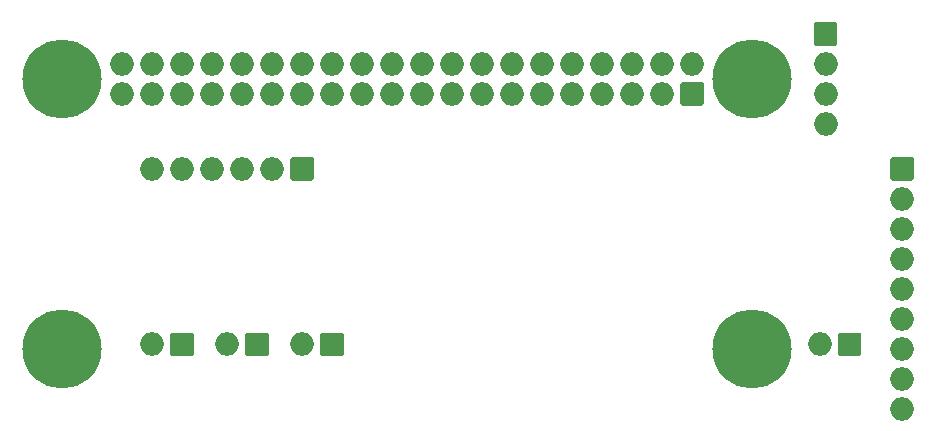
<source format=gbr>
%TF.GenerationSoftware,KiCad,Pcbnew,(5.1.9)-1*%
%TF.CreationDate,2021-05-22T07:15:07+01:00*%
%TF.ProjectId,RGBtoHDMI Amiga Denise CPLD FFC,52474274-6f48-4444-9d49-20416d696761,rev?*%
%TF.SameCoordinates,Original*%
%TF.FileFunction,Soldermask,Bot*%
%TF.FilePolarity,Negative*%
%FSLAX46Y46*%
G04 Gerber Fmt 4.6, Leading zero omitted, Abs format (unit mm)*
G04 Created by KiCad (PCBNEW (5.1.9)-1) date 2021-05-22 07:15:07*
%MOMM*%
%LPD*%
G01*
G04 APERTURE LIST*
%ADD10C,1.100000*%
%ADD11C,6.700000*%
%ADD12O,2.000000X2.000000*%
G04 APERTURE END LIST*
D10*
%TO.C,H4*%
X169337056Y-96092944D03*
X167640000Y-95390000D03*
X165942944Y-96092944D03*
X165240000Y-97790000D03*
X165942944Y-99487056D03*
X167640000Y-100190000D03*
X169337056Y-99487056D03*
X170040000Y-97790000D03*
D11*
X167640000Y-97790000D03*
%TD*%
D10*
%TO.C,H3*%
X110917056Y-96092944D03*
X109220000Y-95390000D03*
X107522944Y-96092944D03*
X106820000Y-97790000D03*
X107522944Y-99487056D03*
X109220000Y-100190000D03*
X110917056Y-99487056D03*
X111620000Y-97790000D03*
D11*
X109220000Y-97790000D03*
%TD*%
D10*
%TO.C,H2*%
X169337056Y-73232944D03*
X167640000Y-72530000D03*
X165942944Y-73232944D03*
X165240000Y-74930000D03*
X165942944Y-76627056D03*
X167640000Y-77330000D03*
X169337056Y-76627056D03*
X170040000Y-74930000D03*
D11*
X167640000Y-74930000D03*
%TD*%
D10*
%TO.C,H1*%
X110917056Y-73232944D03*
X109220000Y-72530000D03*
X107522944Y-73232944D03*
X106820000Y-74930000D03*
X107522944Y-76627056D03*
X109220000Y-77330000D03*
X110917056Y-76627056D03*
X111620000Y-74930000D03*
D11*
X109220000Y-74930000D03*
%TD*%
D12*
%TO.C,JP1*%
X173355000Y-97409000D03*
G36*
G01*
X175045000Y-96409000D02*
X176745000Y-96409000D01*
G75*
G02*
X176895000Y-96559000I0J-150000D01*
G01*
X176895000Y-98259000D01*
G75*
G02*
X176745000Y-98409000I-150000J0D01*
G01*
X175045000Y-98409000D01*
G75*
G02*
X174895000Y-98259000I0J150000D01*
G01*
X174895000Y-96559000D01*
G75*
G02*
X175045000Y-96409000I150000J0D01*
G01*
G37*
%TD*%
%TO.C,FFOSD1*%
G36*
G01*
X179340000Y-83400000D02*
X179340000Y-81700000D01*
G75*
G02*
X179490000Y-81550000I150000J0D01*
G01*
X181190000Y-81550000D01*
G75*
G02*
X181340000Y-81700000I0J-150000D01*
G01*
X181340000Y-83400000D01*
G75*
G02*
X181190000Y-83550000I-150000J0D01*
G01*
X179490000Y-83550000D01*
G75*
G02*
X179340000Y-83400000I0J150000D01*
G01*
G37*
X180340000Y-85090000D03*
X180340000Y-87630000D03*
X180340000Y-90170000D03*
X180340000Y-92710000D03*
X180340000Y-95250000D03*
X180340000Y-97790000D03*
X180340000Y-100330000D03*
X180340000Y-102870000D03*
%TD*%
%TO.C,P1*%
X173863000Y-78740000D03*
X173863000Y-76200000D03*
X173863000Y-73660000D03*
G36*
G01*
X172863000Y-71970000D02*
X172863000Y-70270000D01*
G75*
G02*
X173013000Y-70120000I150000J0D01*
G01*
X174713000Y-70120000D01*
G75*
G02*
X174863000Y-70270000I0J-150000D01*
G01*
X174863000Y-71970000D01*
G75*
G02*
X174713000Y-72120000I-150000J0D01*
G01*
X173013000Y-72120000D01*
G75*
G02*
X172863000Y-71970000I0J150000D01*
G01*
G37*
%TD*%
%TO.C,BT3*%
X116840000Y-97409000D03*
G36*
G01*
X118530000Y-96409000D02*
X120230000Y-96409000D01*
G75*
G02*
X120380000Y-96559000I0J-150000D01*
G01*
X120380000Y-98259000D01*
G75*
G02*
X120230000Y-98409000I-150000J0D01*
G01*
X118530000Y-98409000D01*
G75*
G02*
X118380000Y-98259000I0J150000D01*
G01*
X118380000Y-96559000D01*
G75*
G02*
X118530000Y-96409000I150000J0D01*
G01*
G37*
%TD*%
%TO.C,BT2*%
X123190000Y-97409000D03*
G36*
G01*
X124880000Y-96409000D02*
X126580000Y-96409000D01*
G75*
G02*
X126730000Y-96559000I0J-150000D01*
G01*
X126730000Y-98259000D01*
G75*
G02*
X126580000Y-98409000I-150000J0D01*
G01*
X124880000Y-98409000D01*
G75*
G02*
X124730000Y-98259000I0J150000D01*
G01*
X124730000Y-96559000D01*
G75*
G02*
X124880000Y-96409000I150000J0D01*
G01*
G37*
%TD*%
%TO.C,JTAG1*%
X116840000Y-82550000D03*
X119380000Y-82550000D03*
X121920000Y-82550000D03*
X124460000Y-82550000D03*
X127000000Y-82550000D03*
G36*
G01*
X128690000Y-81550000D02*
X130390000Y-81550000D01*
G75*
G02*
X130540000Y-81700000I0J-150000D01*
G01*
X130540000Y-83400000D01*
G75*
G02*
X130390000Y-83550000I-150000J0D01*
G01*
X128690000Y-83550000D01*
G75*
G02*
X128540000Y-83400000I0J150000D01*
G01*
X128540000Y-81700000D01*
G75*
G02*
X128690000Y-81550000I150000J0D01*
G01*
G37*
%TD*%
%TO.C,J1*%
G36*
G01*
X161710000Y-75200000D02*
X163410000Y-75200000D01*
G75*
G02*
X163560000Y-75350000I0J-150000D01*
G01*
X163560000Y-77050000D01*
G75*
G02*
X163410000Y-77200000I-150000J0D01*
G01*
X161710000Y-77200000D01*
G75*
G02*
X161560000Y-77050000I0J150000D01*
G01*
X161560000Y-75350000D01*
G75*
G02*
X161710000Y-75200000I150000J0D01*
G01*
G37*
X162560000Y-73660000D03*
X160020000Y-76200000D03*
X160020000Y-73660000D03*
X157480000Y-76200000D03*
X157480000Y-73660000D03*
X154940000Y-76200000D03*
X154940000Y-73660000D03*
X152400000Y-76200000D03*
X152400000Y-73660000D03*
X149860000Y-76200000D03*
X149860000Y-73660000D03*
X147320000Y-76200000D03*
X147320000Y-73660000D03*
X144780000Y-76200000D03*
X144780000Y-73660000D03*
X142240000Y-76200000D03*
X142240000Y-73660000D03*
X139700000Y-76200000D03*
X139700000Y-73660000D03*
X137160000Y-76200000D03*
X137160000Y-73660000D03*
X134620000Y-76200000D03*
X134620000Y-73660000D03*
X132080000Y-76200000D03*
X132080000Y-73660000D03*
X129540000Y-76200000D03*
X129540000Y-73660000D03*
X127000000Y-76200000D03*
X127000000Y-73660000D03*
X124460000Y-76200000D03*
X124460000Y-73660000D03*
X121920000Y-76200000D03*
X121920000Y-73660000D03*
X119380000Y-76200000D03*
X119380000Y-73660000D03*
X116840000Y-76200000D03*
X116840000Y-73660000D03*
X114300000Y-76200000D03*
X114300000Y-73660000D03*
%TD*%
%TO.C,BT1*%
X129540000Y-97409000D03*
G36*
G01*
X131230000Y-96409000D02*
X132930000Y-96409000D01*
G75*
G02*
X133080000Y-96559000I0J-150000D01*
G01*
X133080000Y-98259000D01*
G75*
G02*
X132930000Y-98409000I-150000J0D01*
G01*
X131230000Y-98409000D01*
G75*
G02*
X131080000Y-98259000I0J150000D01*
G01*
X131080000Y-96559000D01*
G75*
G02*
X131230000Y-96409000I150000J0D01*
G01*
G37*
%TD*%
M02*

</source>
